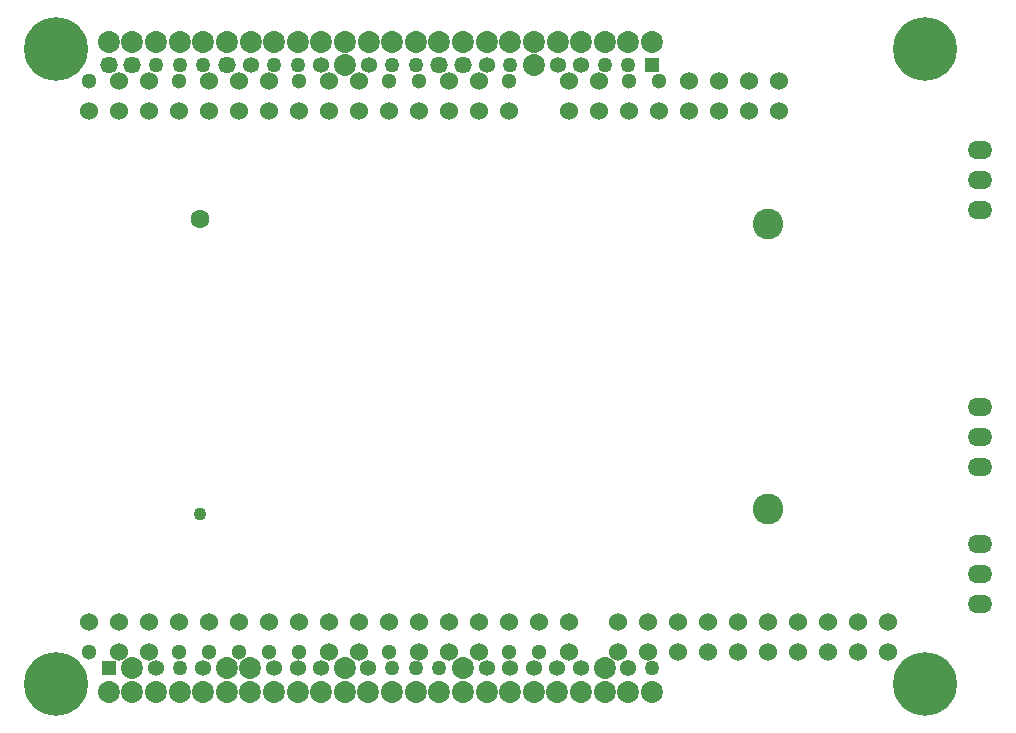
<source format=gbr>
%TF.GenerationSoftware,KiCad,Pcbnew,5.99.0-unknown-92c4596252~129~ubuntu20.04.1*%
%TF.CreationDate,2021-06-09T22:53:10+02:00*%
%TF.ProjectId,cubieboard-lora-gateway-lrwan-gs_hf1,63756269-6562-46f6-9172-642d6c6f7261,V1.0*%
%TF.SameCoordinates,Original*%
%TF.FileFunction,Soldermask,Bot*%
%TF.FilePolarity,Negative*%
%FSLAX46Y46*%
G04 Gerber Fmt 4.6, Leading zero omitted, Abs format (unit mm)*
G04 Created by KiCad (PCBNEW 5.99.0-unknown-92c4596252~129~ubuntu20.04.1) date 2021-06-09 22:53:10*
%MOMM*%
%LPD*%
G01*
G04 APERTURE LIST*
G04 Aperture macros list*
%AMRoundRect*
0 Rectangle with rounded corners*
0 $1 Rounding radius*
0 $2 $3 $4 $5 $6 $7 $8 $9 X,Y pos of 4 corners*
0 Add a 4 corners polygon primitive as box body*
4,1,4,$2,$3,$4,$5,$6,$7,$8,$9,$2,$3,0*
0 Add four circle primitives for the rounded corners*
1,1,$1+$1,$2,$3*
1,1,$1+$1,$4,$5*
1,1,$1+$1,$6,$7*
1,1,$1+$1,$8,$9*
0 Add four rect primitives between the rounded corners*
20,1,$1+$1,$2,$3,$4,$5,0*
20,1,$1+$1,$4,$5,$6,$7,0*
20,1,$1+$1,$6,$7,$8,$9,0*
20,1,$1+$1,$8,$9,$2,$3,0*%
G04 Aperture macros list end*
%ADD10C,0.600000*%
%ADD11C,5.400000*%
%ADD12O,2.100000X1.524000*%
%ADD13C,1.524000*%
%ADD14C,1.300000*%
%ADD15C,2.600000*%
%ADD16C,1.600000*%
%ADD17C,1.100000*%
%ADD18RoundRect,0.080000X-0.550000X-0.550000X0.550000X-0.550000X0.550000X0.550000X-0.550000X0.550000X0*%
%ADD19C,1.860000*%
%ADD20C,1.260000*%
%ADD21C,1.360000*%
%ADD22C,1.460000*%
%ADD23RoundRect,0.080000X0.550000X0.550000X-0.550000X0.550000X-0.550000X-0.550000X0.550000X-0.550000X0*%
%ADD24C,1.380000*%
G04 APERTURE END LIST*
D10*
%TO.C,MH1*%
X100690000Y-70630000D03*
X100690000Y-74630000D03*
X98957949Y-73630000D03*
X102422051Y-71630000D03*
X102422051Y-73630000D03*
D11*
X100690000Y-72630000D03*
D10*
X98957949Y-71630000D03*
%TD*%
%TO.C,MH3*%
X100690000Y-124330000D03*
X98957949Y-127330000D03*
X100690000Y-128330000D03*
X102422051Y-125330000D03*
D11*
X100690000Y-126330000D03*
D10*
X102422051Y-127330000D03*
X98957949Y-125330000D03*
%TD*%
D12*
%TO.C,P1*%
X178880000Y-81180000D03*
X178880000Y-83720000D03*
X178880000Y-86260000D03*
%TD*%
D13*
%TO.C,U1*%
X161920000Y-75345000D03*
X161920000Y-77885000D03*
X159380000Y-75345000D03*
X159380000Y-77885000D03*
X156840000Y-75345000D03*
X156840000Y-77885000D03*
X154300000Y-75345000D03*
X154300000Y-77885000D03*
D14*
X151760000Y-75345000D03*
D13*
X151760000Y-77885000D03*
D14*
X149220000Y-75345000D03*
D13*
X149220000Y-77885000D03*
X146680000Y-75345000D03*
X146680000Y-77885000D03*
X144140000Y-75345000D03*
X144140000Y-77885000D03*
D14*
X139060000Y-75345000D03*
D13*
X139060000Y-77885000D03*
X136520000Y-75345000D03*
X136520000Y-77885000D03*
X133980000Y-75345000D03*
X133980000Y-77885000D03*
D14*
X131440000Y-75345000D03*
D13*
X131440000Y-77885000D03*
D14*
X128900000Y-75345000D03*
D13*
X128900000Y-77885000D03*
X126360000Y-75345000D03*
X126360000Y-77885000D03*
X123820000Y-75345000D03*
X123820000Y-77885000D03*
D14*
X121280000Y-75345000D03*
D13*
X121280000Y-77885000D03*
X118740000Y-75345000D03*
X118740000Y-77885000D03*
X116200000Y-75345000D03*
X116200000Y-77885000D03*
X113660000Y-75345000D03*
X113660000Y-77885000D03*
D14*
X111120000Y-75345000D03*
D13*
X111120000Y-77885000D03*
X108580000Y-75345000D03*
X108580000Y-77885000D03*
X106040000Y-75345000D03*
X106040000Y-77885000D03*
D14*
X103500000Y-75345000D03*
D13*
X103500000Y-77885000D03*
X171150000Y-121075000D03*
X171150000Y-123615000D03*
X168610000Y-121075000D03*
X168610000Y-123615000D03*
X166070000Y-121075000D03*
X166070000Y-123615000D03*
X163530000Y-121075000D03*
X163530000Y-123615000D03*
X160990000Y-121075000D03*
X160990000Y-123615000D03*
X158450000Y-121075000D03*
X158450000Y-123615000D03*
X155910000Y-121075000D03*
X155910000Y-123615000D03*
X153370000Y-121075000D03*
X153370000Y-123615000D03*
X150830000Y-121075000D03*
X150830000Y-123615000D03*
X148290000Y-121075000D03*
X148290000Y-123615000D03*
X144140000Y-121075000D03*
X144140000Y-123615000D03*
X141600000Y-121075000D03*
D14*
X141600000Y-123615000D03*
D13*
X139060000Y-121075000D03*
D14*
X139060000Y-123615000D03*
D13*
X136520000Y-121075000D03*
X136520000Y-123615000D03*
X133980000Y-121075000D03*
X133980000Y-123615000D03*
X131440000Y-121075000D03*
X131440000Y-123615000D03*
X128900000Y-121075000D03*
D14*
X128900000Y-123615000D03*
D13*
X126360000Y-121075000D03*
X126360000Y-123615000D03*
X123820000Y-121075000D03*
X123820000Y-123615000D03*
X121280000Y-121075000D03*
D14*
X121280000Y-123615000D03*
D13*
X118740000Y-121075000D03*
D14*
X118740000Y-123615000D03*
D13*
X116200000Y-121075000D03*
D14*
X116200000Y-123615000D03*
D13*
X113660000Y-121075000D03*
D14*
X113660000Y-123615000D03*
D13*
X111120000Y-121075000D03*
D14*
X111120000Y-123615000D03*
D13*
X108580000Y-121075000D03*
X108580000Y-123615000D03*
X106040000Y-121075000D03*
X106040000Y-123615000D03*
X103500000Y-121075000D03*
D14*
X103500000Y-123615000D03*
%TD*%
D10*
%TO.C,MH2*%
X172557949Y-71630000D03*
D11*
X174290000Y-72630000D03*
D10*
X174290000Y-74630000D03*
X172557949Y-73630000D03*
X174290000Y-70630000D03*
X176022051Y-71630000D03*
X176022051Y-73630000D03*
%TD*%
D12*
%TO.C,P2*%
X178880000Y-102900000D03*
X178880000Y-105440000D03*
X178880000Y-107980000D03*
%TD*%
%TO.C,P3*%
X178880000Y-114530000D03*
X178880000Y-117070000D03*
X178880000Y-119610000D03*
%TD*%
D15*
%TO.C,Con3*%
X160932500Y-111580000D03*
D16*
X112882500Y-86980000D03*
D17*
X112882500Y-111980000D03*
D15*
X160932500Y-87380000D03*
%TD*%
D11*
%TO.C,MH4*%
X174290000Y-126330000D03*
D10*
X174290000Y-124330000D03*
X172557949Y-127330000D03*
X174290000Y-128330000D03*
X172557949Y-125330000D03*
X176022051Y-127330000D03*
X176022051Y-125330000D03*
%TD*%
D18*
%TO.C,Con1*%
X151150000Y-73970000D03*
D19*
X151150000Y-71970000D03*
D20*
X149150000Y-73970000D03*
D19*
X149150000Y-71970000D03*
D20*
X147150000Y-73970000D03*
D19*
X147150000Y-71970000D03*
D21*
X145150000Y-73970000D03*
D19*
X145150000Y-71970000D03*
D21*
X143150000Y-73970000D03*
D19*
X143150000Y-71970000D03*
X141150000Y-73970000D03*
X141150000Y-71970000D03*
D20*
X139150000Y-73970000D03*
D19*
X139150000Y-71970000D03*
D21*
X137150000Y-73970000D03*
D19*
X137150000Y-71970000D03*
D22*
X135150000Y-73970000D03*
D19*
X135150000Y-71970000D03*
D22*
X133150000Y-73970000D03*
D19*
X133150000Y-71970000D03*
D20*
X131150000Y-73970000D03*
D19*
X131150000Y-71970000D03*
D20*
X129150000Y-73970000D03*
D19*
X129150000Y-71970000D03*
D21*
X127150000Y-73970000D03*
D19*
X127150000Y-71970000D03*
X125150000Y-73970000D03*
X125150000Y-71970000D03*
D21*
X123150000Y-73970000D03*
D19*
X123150000Y-71970000D03*
D20*
X121150000Y-73970000D03*
D19*
X121140000Y-71970000D03*
D20*
X119150000Y-73970000D03*
D19*
X119150000Y-71970000D03*
D21*
X117150000Y-73970000D03*
D19*
X117150000Y-71970000D03*
D22*
X115150000Y-73970000D03*
D19*
X115150000Y-71970000D03*
D20*
X113150000Y-73970000D03*
D19*
X113150000Y-71970000D03*
D20*
X111150000Y-73970000D03*
D19*
X111150000Y-71970000D03*
D20*
X109150000Y-73970000D03*
D19*
X109150000Y-71970000D03*
D22*
X107150000Y-73970000D03*
D19*
X107150000Y-71970000D03*
D22*
X105150000Y-73970000D03*
D19*
X105150000Y-71970000D03*
%TD*%
D23*
%TO.C,Con2*%
X105140000Y-125000000D03*
D19*
X105140000Y-127000000D03*
X107140000Y-125000000D03*
X107140000Y-127000000D03*
D21*
X109140000Y-125000000D03*
D19*
X109140000Y-127000000D03*
D20*
X111140000Y-125000000D03*
D19*
X111140000Y-127000000D03*
D21*
X113140000Y-125000000D03*
D19*
X113140000Y-127000000D03*
X115140000Y-125000000D03*
X115140000Y-127000000D03*
X117140000Y-125000000D03*
X117140000Y-127000000D03*
D21*
X119140000Y-125000000D03*
D19*
X119140000Y-127000000D03*
D21*
X121140000Y-125000000D03*
D19*
X121140000Y-127000000D03*
D21*
X123140000Y-125000000D03*
D19*
X123140000Y-127000000D03*
X125140000Y-125000000D03*
X125140000Y-127000000D03*
D21*
X127140000Y-125000000D03*
D19*
X127140000Y-127000000D03*
D20*
X129140000Y-125000000D03*
D19*
X129140000Y-127000000D03*
D20*
X131140000Y-125000000D03*
D19*
X131140000Y-127000000D03*
D20*
X133140000Y-125000000D03*
D19*
X133140000Y-127000000D03*
X135140000Y-125000000D03*
X135150000Y-127000000D03*
D21*
X137140000Y-125000000D03*
D19*
X137140000Y-127000000D03*
D21*
X139140000Y-125000000D03*
D19*
X139140000Y-127000000D03*
D21*
X141140000Y-125000000D03*
D19*
X141140000Y-127000000D03*
D21*
X143140000Y-125000000D03*
D19*
X143140000Y-127000000D03*
D21*
X145140000Y-125000000D03*
D19*
X145140000Y-127000000D03*
X147140000Y-125000000D03*
X147140000Y-127000000D03*
D24*
X149140000Y-125000000D03*
D19*
X149140000Y-127000000D03*
D20*
X151140000Y-125000000D03*
D19*
X151140000Y-127000000D03*
%TD*%
M02*

</source>
